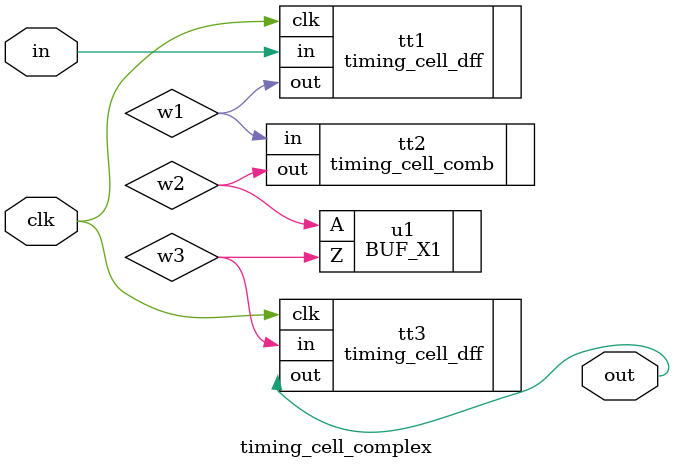
<source format=v>
module timing_cell_complex (in, clk, out);
  
  input in, clk;
  output out;
  wire w1, w2, w3, w4;

  timing_cell_dff tt1(.in(in), .clk(clk), .out(w1));

  timing_cell_comb tt2(.in(w1), .out(w2));

  BUF_X1 u1 (.A(w2), .Z(w3));

  timing_cell_dff tt3(.in(w3), .clk(clk), .out(out));

endmodule

</source>
